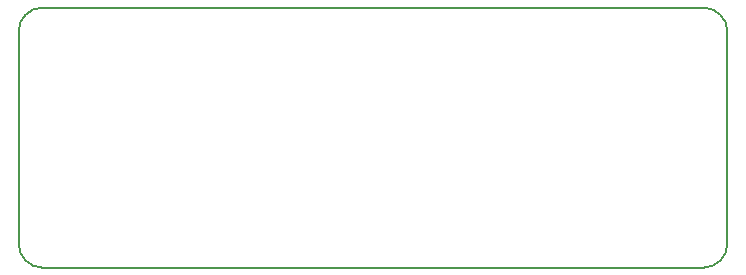
<source format=gm1>
G04 #@! TF.GenerationSoftware,KiCad,Pcbnew,no-vcs-found-e5c4cfc~61~ubuntu16.04.1*
G04 #@! TF.CreationDate,2017-11-03T16:10:43+05:30*
G04 #@! TF.ProjectId,snap_rev2,736E61705F726576322E6B696361645F,rev?*
G04 #@! TF.SameCoordinates,Original*
G04 #@! TF.FileFunction,Profile,NP*
%FSLAX46Y46*%
G04 Gerber Fmt 4.6, Leading zero omitted, Abs format (unit mm)*
G04 Created by KiCad (PCBNEW no-vcs-found-e5c4cfc~61~ubuntu16.04.1) date Fri Nov  3 16:10:43 2017*
%MOMM*%
%LPD*%
G01*
G04 APERTURE LIST*
%ADD10C,0.150000*%
G04 APERTURE END LIST*
D10*
X108000000Y-88000000D02*
G75*
G02X110000000Y-90000000I0J-2000000D01*
G01*
X52000000Y-110000000D02*
G75*
G02X50000000Y-108000000I0J2000000D01*
G01*
X50000000Y-90000000D02*
G75*
G02X52000000Y-88000000I2000000J0D01*
G01*
X110000000Y-108000000D02*
G75*
G02X108000000Y-110000000I-2000000J0D01*
G01*
X50000000Y-108000000D02*
X50000000Y-90000000D01*
X108000000Y-110000000D02*
X52000000Y-110000000D01*
X110000000Y-90000000D02*
X110000000Y-108000000D01*
X108000000Y-88000000D02*
X52000000Y-88000000D01*
M02*

</source>
